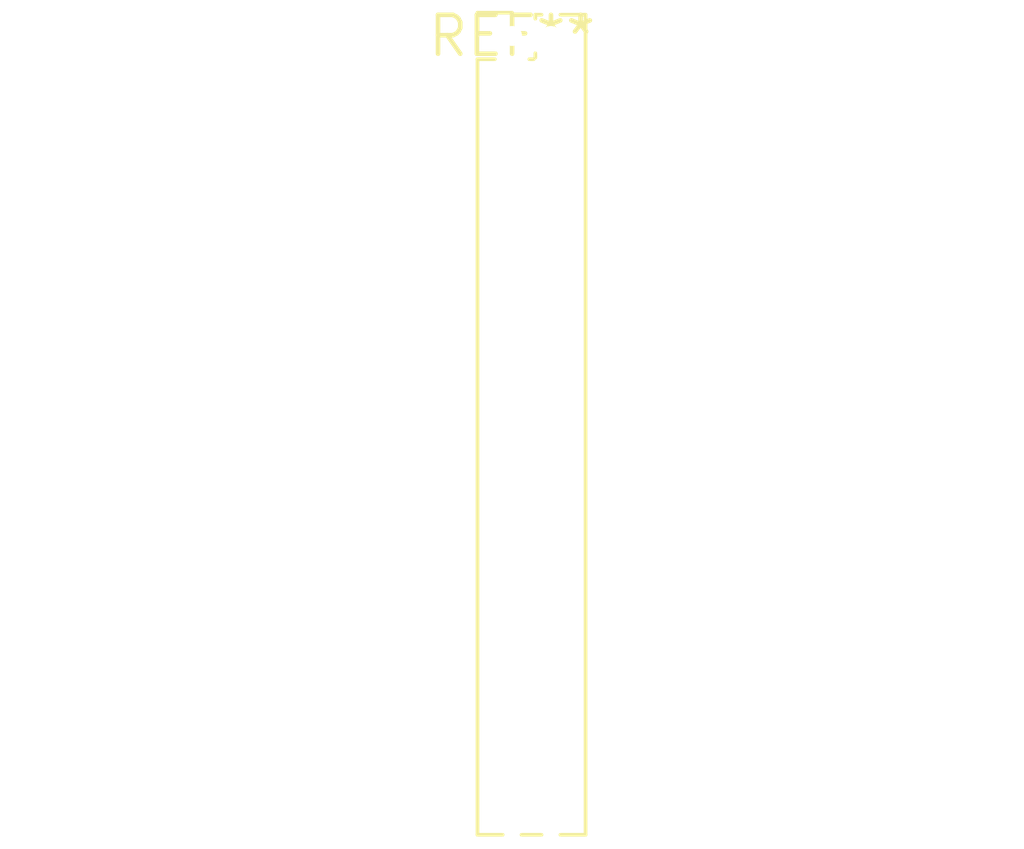
<source format=kicad_pcb>
(kicad_pcb (version 20240108) (generator pcbnew)
  (layers (0 "F.Cu" signal) (31 "B.Cu" signal) (34 "B.Paste" user) (35 "F.Paste" user) (36 "B.SilkS" user "B.Silkscreen") (37 "F.SilkS" user "F.Silkscreen") (38 "B.Mask" user) (39 "F.Mask" user) (44 "Edge.Cuts" user))
  (net 0 "")
  (footprint "PinHeader_2x21_P1.27mm_Vertical" (layer "F.Cu") (at 0 0)
    (property "Reference" "REF**")
    (property "Value" "PinHeader_2x21_P1.27mm_Vertical")
    (fp_line (start -1.13 -0.76) (end 0 -0.76) (layer "F.SilkS") (stroke (width 0.12)))
    (fp_line (start -1.13 0) (end -1.13 -0.76) (layer "F.SilkS") (stroke (width 0.12)))
    (fp_line (start -1.13 0.76) (end -1.13 26.095) (layer "F.SilkS") (stroke (width 0.12)))
    (fp_line (start -1.13 0.76) (end -0.563471 0.76) (layer "F.SilkS") (stroke (width 0.12)))
    (fp_line (start -1.13 26.095) (end -0.30753 26.095) (layer "F.SilkS") (stroke (width 0.12)))
    (fp_line (start 0.30753 26.095) (end 0.96247 26.095) (layer "F.SilkS") (stroke (width 0.12)))
    (fp_line (start 0.563471 0.76) (end 0.706529 0.76) (layer "F.SilkS") (stroke (width 0.12)))
    (fp_line (start 0.76 -0.695) (end 0.96247 -0.695) (layer "F.SilkS") (stroke (width 0.12)))
    (fp_line (start 0.76 -0.563471) (end 0.76 -0.695) (layer "F.SilkS") (stroke (width 0.12)))
    (fp_line (start 0.76 0.706529) (end 0.76 0.563471) (layer "F.SilkS") (stroke (width 0.12)))
    (fp_line (start 1.57753 -0.695) (end 2.4 -0.695) (layer "F.SilkS") (stroke (width 0.12)))
    (fp_line (start 1.57753 26.095) (end 2.4 26.095) (layer "F.SilkS") (stroke (width 0.12)))
    (fp_line (start 2.4 -0.695) (end 2.4 26.095) (layer "F.SilkS") (stroke (width 0.12)))
    (pad "1" thru_hole rect (at 0 0) (size 1 1) (drill 0.65) (layers *.Cu *.Mask) (remove_unused_layers))
    (pad "2" thru_hole oval (at 1.27 0) (size 1 1) (drill 0.65) (layers *.Cu *.Mask) (remove_unused_layers))
    (pad "3" thru_hole oval (at 0 1.27) (size 1 1) (drill 0.65) (layers *.Cu *.Mask) (remove_unused_layers))
    (pad "4" thru_hole oval (at 1.27 1.27) (size 1 1) (drill 0.65) (layers *.Cu *.Mask) (remove_unused_layers))
    (pad "5" thru_hole oval (at 0 2.54) (size 1 1) (drill 0.65) (layers *.Cu *.Mask) (remove_unused_layers))
    (pad "6" thru_hole oval (at 1.27 2.54) (size 1 1) (drill 0.65) (layers *.Cu *.Mask) (remove_unused_layers))
    (pad "7" thru_hole oval (at 0 3.81) (size 1 1) (drill 0.65) (layers *.Cu *.Mask) (remove_unused_layers))
    (pad "8" thru_hole oval (at 1.27 3.81) (size 1 1) (drill 0.65) (layers *.Cu *.Mask) (remove_unused_layers))
    (pad "9" thru_hole oval (at 0 5.08) (size 1 1) (drill 0.65) (layers *.Cu *.Mask) (remove_unused_layers))
    (pad "10" thru_hole oval (at 1.27 5.08) (size 1 1) (drill 0.65) (layers *.Cu *.Mask) (remove_unused_layers))
    (pad "11" thru_hole oval (at 0 6.35) (size 1 1) (drill 0.65) (layers *.Cu *.Mask) (remove_unused_layers))
    (pad "12" thru_hole oval (at 1.27 6.35) (size 1 1) (drill 0.65) (layers *.Cu *.Mask) (remove_unused_layers))
    (pad "13" thru_hole oval (at 0 7.62) (size 1 1) (drill 0.65) (layers *.Cu *.Mask) (remove_unused_layers))
    (pad "14" thru_hole oval (at 1.27 7.62) (size 1 1) (drill 0.65) (layers *.Cu *.Mask) (remove_unused_layers))
    (pad "15" thru_hole oval (at 0 8.89) (size 1 1) (drill 0.65) (layers *.Cu *.Mask) (remove_unused_layers))
    (pad "16" thru_hole oval (at 1.27 8.89) (size 1 1) (drill 0.65) (layers *.Cu *.Mask) (remove_unused_layers))
    (pad "17" thru_hole oval (at 0 10.16) (size 1 1) (drill 0.65) (layers *.Cu *.Mask) (remove_unused_layers))
    (pad "18" thru_hole oval (at 1.27 10.16) (size 1 1) (drill 0.65) (layers *.Cu *.Mask) (remove_unused_layers))
    (pad "19" thru_hole oval (at 0 11.43) (size 1 1) (drill 0.65) (layers *.Cu *.Mask) (remove_unused_layers))
    (pad "20" thru_hole oval (at 1.27 11.43) (size 1 1) (drill 0.65) (layers *.Cu *.Mask) (remove_unused_layers))
    (pad "21" thru_hole oval (at 0 12.7) (size 1 1) (drill 0.65) (layers *.Cu *.Mask) (remove_unused_layers))
    (pad "22" thru_hole oval (at 1.27 12.7) (size 1 1) (drill 0.65) (layers *.Cu *.Mask) (remove_unused_layers))
    (pad "23" thru_hole oval (at 0 13.97) (size 1 1) (drill 0.65) (layers *.Cu *.Mask) (remove_unused_layers))
    (pad "24" thru_hole oval (at 1.27 13.97) (size 1 1) (drill 0.65) (layers *.Cu *.Mask) (remove_unused_layers))
    (pad "25" thru_hole oval (at 0 15.24) (size 1 1) (drill 0.65) (layers *.Cu *.Mask) (remove_unused_layers))
    (pad "26" thru_hole oval (at 1.27 15.24) (size 1 1) (drill 0.65) (layers *.Cu *.Mask) (remove_unused_layers))
    (pad "27" thru_hole oval (at 0 16.51) (size 1 1) (drill 0.65) (layers *.Cu *.Mask) (remove_unused_layers))
    (pad "28" thru_hole oval (at 1.27 16.51) (size 1 1) (drill 0.65) (layers *.Cu *.Mask) (remove_unused_layers))
    (pad "29" thru_hole oval (at 0 17.78) (size 1 1) (drill 0.65) (layers *.Cu *.Mask) (remove_unused_layers))
    (pad "30" thru_hole oval (at 1.27 17.78) (size 1 1) (drill 0.65) (layers *.Cu *.Mask) (remove_unused_layers))
    (pad "31" thru_hole oval (at 0 19.05) (size 1 1) (drill 0.65) (layers *.Cu *.Mask) (remove_unused_layers))
    (pad "32" thru_hole oval (at 1.27 19.05) (size 1 1) (drill 0.65) (layers *.Cu *.Mask) (remove_unused_layers))
    (pad "33" thru_hole oval (at 0 20.32) (size 1 1) (drill 0.65) (layers *.Cu *.Mask) (remove_unused_layers))
    (pad "34" thru_hole oval (at 1.27 20.32) (size 1 1) (drill 0.65) (layers *.Cu *.Mask) (remove_unused_layers))
    (pad "35" thru_hole oval (at 0 21.59) (size 1 1) (drill 0.65) (layers *.Cu *.Mask) (remove_unused_layers))
    (pad "36" thru_hole oval (at 1.27 21.59) (size 1 1) (drill 0.65) (layers *.Cu *.Mask) (remove_unused_layers))
    (pad "37" thru_hole oval (at 0 22.86) (size 1 1) (drill 0.65) (layers *.Cu *.Mask) (remove_unused_layers))
    (pad "38" thru_hole oval (at 1.27 22.86) (size 1 1) (drill 0.65) (layers *.Cu *.Mask) (remove_unused_layers))
    (pad "39" thru_hole oval (at 0 24.13) (size 1 1) (drill 0.65) (layers *.Cu *.Mask) (remove_unused_layers))
    (pad "40" thru_hole oval (at 1.27 24.13) (size 1 1) (drill 0.65) (layers *.Cu *.Mask) (remove_unused_layers))
    (pad "41" thru_hole oval (at 0 25.4) (size 1 1) (drill 0.65) (layers *.Cu *.Mask) (remove_unused_layers))
    (pad "42" thru_hole oval (at 1.27 25.4) (size 1 1) (drill 0.65) (layers *.Cu *.Mask) (remove_unused_layers))
  )
)
</source>
